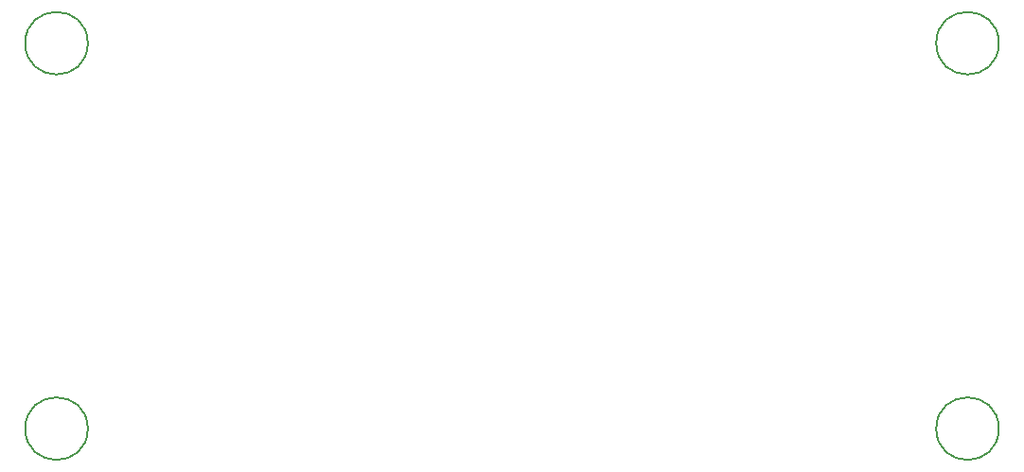
<source format=gbr>
G04 #@! TF.GenerationSoftware,KiCad,Pcbnew,(6.0.2)*
G04 #@! TF.CreationDate,2022-02-23T13:26:13+01:00*
G04 #@! TF.ProjectId,esp32-wled-adv-pcb,65737033-322d-4776-9c65-642d6164762d,rev?*
G04 #@! TF.SameCoordinates,Original*
G04 #@! TF.FileFunction,Other,Comment*
%FSLAX46Y46*%
G04 Gerber Fmt 4.6, Leading zero omitted, Abs format (unit mm)*
G04 Created by KiCad (PCBNEW (6.0.2)) date 2022-02-23 13:26:13*
%MOMM*%
%LPD*%
G01*
G04 APERTURE LIST*
%ADD10C,0.150000*%
G04 APERTURE END LIST*
D10*
G04 #@! TO.C,H4*
X89050000Y-91500000D02*
G75*
G03*
X89050000Y-91500000I-2800000J0D01*
G01*
G04 #@! TO.C,H3*
X170550000Y-91500000D02*
G75*
G03*
X170550000Y-91500000I-2800000J0D01*
G01*
G04 #@! TO.C,H2*
X170550000Y-126000000D02*
G75*
G03*
X170550000Y-126000000I-2800000J0D01*
G01*
G04 #@! TO.C,H1*
X89050000Y-126000000D02*
G75*
G03*
X89050000Y-126000000I-2800000J0D01*
G01*
G04 #@! TD*
M02*

</source>
